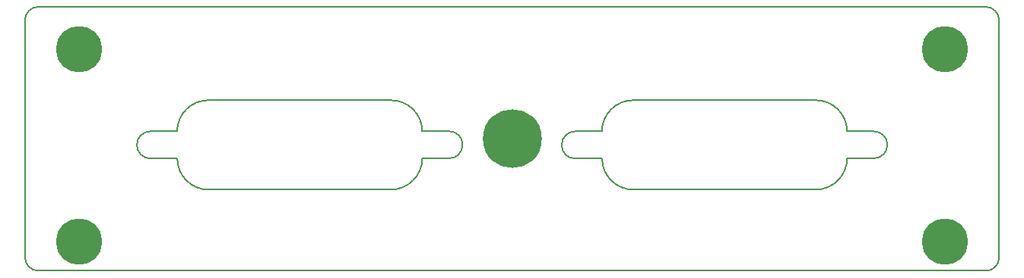
<source format=gbr>
%FSLAX36Y36*%
%MOMM*%
G04 EasyPC Gerber Version 18.0.8 Build 3632 *
%ADD11C,0.12700*%
%ADD13C,5.16000*%
%ADD14C,6.56000*%
X0Y0D02*
D02*
D11*
X26087500Y45512700D02*
G75*
G03X24587500Y44012700J-1500000D01*
G01*
Y17512700*
G75*
G03X26087500Y16012700I1500000*
G01*
X131587500*
G75*
G03X133087500Y17512700J1500000*
G01*
Y44012700*
G75*
G03X131587500Y45512700I-1500000*
G01*
X26087500*
X45016500Y35077700D02*
G75*
G03X41532100Y31593300J-3484400D01*
G01*
X38537500*
G75*
G03X37049500Y30105300J-1488000*
G01*
Y30055700*
G75*
G03X38531300Y28573900I1481800*
G01*
X41550700*
Y28561500*
G75*
G03X45022700Y25089500I3472000*
G01*
X65340100*
G75*
G03X68836900Y28586300J3496800*
G01*
X71843900*
G75*
G03X73325700Y30068100J1481800*
G01*
Y30123900*
G75*
G03X71850100Y31599500I-1475600*
G01*
X68836900*
G75*
G03X65358700Y35077700I-3478200*
G01*
X45016500*
X92328700D02*
G75*
G03X88844300Y31593300J-3484400D01*
G01*
X85849700*
G75*
G03X84361700Y30105300J-1488000*
G01*
Y30055700*
G75*
G03X85843500Y28573900I1481800*
G01*
X88862900*
Y28561500*
G75*
G03X92334900Y25089500I3472000*
G01*
X112652300*
G75*
G03X116149100Y28586300J3496800*
G01*
X119156100*
G75*
G03X120637900Y30068100J1481800*
G01*
Y30123900*
G75*
G03X119162300Y31599500I-1475600*
G01*
X116149100*
G75*
G03X112670900Y35077700I-3478200*
G01*
X92328700*
D02*
D13*
X30587500Y19262700D03*
Y40762700D03*
X127087500Y19262700D03*
Y40762700D03*
D02*
D14*
X78837500Y30762700D03*
X0Y0D02*
M02*

</source>
